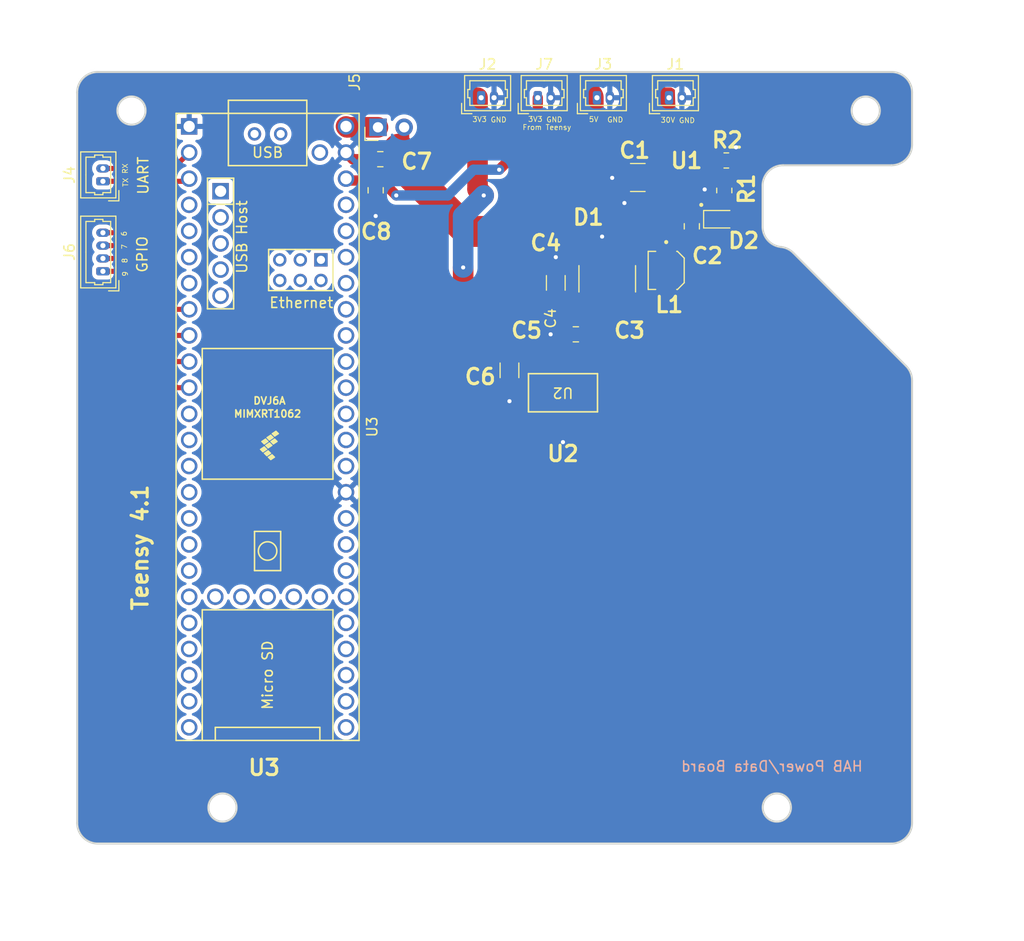
<source format=kicad_pcb>
(kicad_pcb (version 20241229) (generator "pcbnew") (generator_version "9.0")
  (layers (0 "F.Cu" signal) (2 "B.Cu" signal) (13 "F.Paste" user) (15 "B.Paste" user) (5 "F.SilkS" user "F.Silkscreen") (7 "B.SilkS" user "B.Silkscreen") (1 "F.Mask" user) (3 "B.Mask" user) (25 "Edge.Cuts" user))
  (net 0 "")
  (net 1 "VCC_30")
  (net 2 "GND")
  (net 3 "Net-(D2-K)")
  (net 4 "/SW_NODE")
  (net 5 "+5V")
  (net 6 "Net-(U1-V_{FB})")
  (net 17 "+3V3_Teensy")
  (net 44 "+3V3_LDO")
  (net 46 "RX")
  (net 50 "TX")
  (net 55 "Net-(J5-Pin_1)")
  (net 56 "GPIO3")
  (net 57 "GPIO4")
  (net 58 "GPIO2")
  (net 66 "GPIO1")
  (footprint "Connector_PinHeader_2.54mm:PinHeader_1x02_P2.54mm_Horizontal" (layer "F.Cu") (at 142.225 71.375 90)
    (property "Reference" "J5" (at 4.385 -2.27 90) (layer "F.SilkS"))
    (property "Value" "Conn_01x02")
    (pad "1" thru_hole rect (at 0 0 90) (size 1.7 1.7) (drill 1) (layers "*.Cu" "*.Mask") (net 55 "Net-(J5-Pin_1)"))
    (pad "2" thru_hole oval (at 0 2.54 90) (size 1.7 1.7) (drill 1) (layers "*.Cu" "*.Mask") (net 5 "+5V"))
  )
  (footprint "KRM55TR71H226MH01K:CAPC6153X500N" (layer "F.Cu") (at 164.5 86.103 90)
    (property "Reference" "C3" (hide yes))
    (property "Value" "KRM55TR71H226MH01K")
    (pad "1" smd rect (at -2.603 0 90) (size 2 5.52) (layers "F.Cu" "F.Mask" "F.Paste") (net 5 "+5V"))
    (pad "2" smd rect (at 2.603 0 90) (size 2 5.52) (layers "F.Cu" "F.Mask" "F.Paste") (net 2 "GND"))
  )
  (footprint "Capacitor_SMD:C_0805_2012Metric" (layer "F.Cu") (at 172.7194 80.9998 -90)
    (property "Reference" "C2" (hide yes))
    (property "Value" "100nF")
    (pad "1" smd roundrect (at -0.95 0 270) (size 1 1.45) (layers "F.Cu" "F.Mask" "F.Paste") (net 3 "Net-(D2-K)"))
    (pad "2" smd roundrect (at 0.95 0 270) (size 1 1.45) (layers "F.Cu" "F.Mask" "F.Paste") (net 4 "/SW_NODE"))
  )
  (footprint "Capacitor_SMD:C_0805_2012Metric" (layer "F.Cu") (at 142.45 74.475662 180)
    (property "Reference" "C7" (hide yes))
    (property "Value" "0.1u")
    (pad "1" smd roundrect (at -0.95 0 180) (size 1 1.45) (layers "F.Cu" "F.Mask" "F.Paste") (net 5 "+5V"))
    (pad "2" smd roundrect (at 0.95 0 180) (size 1 1.45) (layers "F.Cu" "F.Mask" "F.Paste") (net 2 "GND"))
  )
  (footprint "Connector_Molex:Molex_PicoBlade_53047-0210_1x02_P1.25mm_Vertical" (layer "F.Cu") (at 170.5 68.5)
    (property "Reference" "J1" (at 0.62 -3.25 0) (layer "F.SilkS"))
    (property "Value" "Conn_01x02")
    (pad "1" thru_hole roundrect (at 0 0) (size 0.8 1.3) (drill 0.5) (layers "*.Cu" "*.Mask") (net 1 "VCC_30"))
    (pad "2" thru_hole oval (at 1.25 0) (size 0.8 1.3) (drill 0.5) (layers "*.Cu" "*.Mask") (net 2 "GND"))
  )
  (footprint "Capacitor_SMD:C_0805_2012Metric" (layer "F.Cu") (at 161.45 91.5 180)
    (property "Reference" "C5" (hide yes))
    (property "Value" "0.47uF")
    (pad "1" smd roundrect (at -0.95 0 180) (size 1 1.45) (layers "F.Cu" "F.Mask" "F.Paste") (net 5 "+5V"))
    (pad "2" smd roundrect (at 0.95 0 180) (size 1 1.45) (layers "F.Cu" "F.Mask" "F.Paste") (net 2 "GND"))
  )
  (footprint "Capacitor_SMD:C_1206_3216Metric" (layer "F.Cu") (at 159.5 86.5 90)
    (property "Reference" "C4" (at -3.45 -0.5 90) (layer "F.SilkS"))
    (property "Value" "10uF")
    (pad "1" smd roundrect (at -1.475 0 90) (size 1.15 1.8) (layers "F.Cu" "F.Mask" "F.Paste") (roundrect_rratio 0.2173913043) (net 5 "+5V"))
    (pad "2" smd roundrect (at 1.475 0 90) (size 1.15 1.8) (layers "F.Cu" "F.Mask" "F.Paste") (roundrect_rratio 0.2173913043) (net 2 "GND"))
  )
  (footprint "Connector_Molex:Molex_PicoBlade_53047-0210_1x02_P1.25mm_Vertical" (layer "F.Cu") (at 157.75 68.5)
    (property "Reference" "J7" (at 0.62 -3.25 0) (layer "F.SilkS"))
    (property "Value" "Conn_01x02")
    (pad "1" thru_hole roundrect (at 0 0) (size 0.8 1.3) (drill 0.5) (layers "*.Cu" "*.Mask") (net 17 "+3V3_Teensy"))
    (pad "2" thru_hole oval (at 1.25 0) (size 0.8 1.3) (drill 0.5) (layers "*.Cu" "*.Mask") (net 2 "GND"))
  )
  (footprint "mcp16301:schottky_diode_B140-13-F" (layer "F.Cu") (at 167.9386 80.4426 180)
    (property "Reference" "D1" (hide yes))
    (property "Value" "D_Schottky")
    (pad "1" smd rect (at -1.9558 0.1778 180) (size 2.5 1.7) (layers "F.Cu" "F.Mask" "F.Paste") (net 4 "/SW_NODE"))
    (pad "2" smd rect (at 2.0442 0.1778 180) (size 2.5 1.7) (layers "F.Cu" "F.Mask" "F.Paste") (net 2 "GND"))
  )
  (footprint "Resistor_SMD:R_0805_2012Metric" (layer "F.Cu") (at 176.0694 74.5998)
    (property "Reference" "R2" (hide yes))
    (property "Value" "10k")
    (pad "1" smd roundrect (at -0.9125 0) (size 1.025 1.4) (layers "F.Cu" "F.Mask" "F.Paste") (roundrect_rratio 0.243902439) (net 6 "Net-(U1-V_{FB})"))
    (pad "2" smd roundrect (at 0.9125 0) (size 1.025 1.4) (layers "F.Cu" "F.Mask" "F.Paste") (roundrect_rratio 0.243902439) (net 2 "GND"))
  )
  (footprint "mcp16301:mcp16301" (layer "F.Cu") (at 171.833 77.4416 180)
    (property "Reference" "U1" (hide yes))
    (property "Value" "mcp16301")
    (pad "1" smd roundrect (at -1.1301 -0.9736 180) (size 1.325 0.6) (layers "F.Cu" "F.Mask" "F.Paste") (net 3 "Net-(D2-K)"))
    (pad "2" smd roundrect (at -1.1301 -0.0236 180) (size 1.325 0.6) (layers "F.Cu" "F.Mask" "F.Paste") (net 2 "GND"))
    (pad "3" smd roundrect (at -1.1301 0.9264 180) (size 1.325 0.6) (layers "F.Cu" "F.Mask" "F.Paste") (net 6 "Net-(U1-V_{FB})"))
    (pad "4" smd roundrect (at 1.1449 0.9264 180) (size 1.325 0.6) (layers "F.Cu" "F.Mask" "F.Paste") (net 1 "VCC_30"))
    (pad "5" smd roundrect (at 1.1449 -0.0236 180) (size 1.325 0.6) (layers "F.Cu" "F.Mask" "F.Paste") (net 1 "VCC_30"))
    (pad "6" smd roundrect (at 1.1449 -0.9736 180) (size 1.325 0.6) (layers "F.Cu" "F.Mask" "F.Paste") (net 4 "/SW_NODE"))
  )
  (footprint "Capacitor_SMD:C_1210_3225Metric" (layer "F.Cu") (at 167.4692 76.2534 180)
    (property "Reference" "C1" (hide yes))
    (property "Value" "10uF")
    (pad "1" smd roundrect (at -1.475 0 180) (size 1.15 2.7) (layers "F.Cu" "F.Mask" "F.Paste") (roundrect_rratio 0.2173913043) (net 1 "VCC_30"))
    (pad "2" smd roundrect (at 1.475 0 180) (size 1.15 2.7) (layers "F.Cu" "F.Mask" "F.Paste") (roundrect_rratio 0.2173913043) (net 2 "GND"))
  )
  (footprint "LM3940:MP04A" (layer "F.Cu") (at 160.2 97.180626 180)
    (property "Reference" "U2" (at 0 0 180) (layer "F.SilkS"))
    (property "Value" "LM3940IMPX-3.3/NOPB")
    (fp_poly (pts (xy 1.5748 -4.0005) (xy -1.5748 -4.0005) (xy -1.5748 -2.4003) (xy 1.5748 -2.4003)) (fill yes) (layer "F.Cu"))
    (pad "1" smd rect (at -2.3 3.2004 180) (size 0.8382 1.6002) (layers "F.Cu" "F.Mask" "F.Paste") (net 5 "+5V"))
    (pad "2" smd rect (at 0 3.2004 180) (size 0.8382 1.6002) (layers "F.Cu" "F.Mask" "F.Paste") (net 2 "GND"))
    (pad "3" smd rect (at 2.3 3.2004 180) (size 0.8382 1.6002) (layers "F.Cu" "F.Mask" "F.Paste") (net 44 "+3V3_LDO"))
  )
  (footprint "Capacitor_SMD:C_1206_3216Metric" (layer "F.Cu") (at 155 95 -90)
    (property "Reference" "C6" (hide yes))
    (property "Value" "33uF")
    (pad "1" smd roundrect (at -1.475 0 270) (size 1.15 1.8) (layers "F.Cu" "F.Mask" "F.Paste") (roundrect_rratio 0.217391) (net 44 "+3V3_LDO"))
    (pad "2" smd roundrect (at 1.475 0 270) (size 1.15 1.8) (layers "F.Cu" "F.Mask" "F.Paste") (roundrect_rratio 0.217391) (net 2 "GND"))
  )
  (footprint "Connector_Molex:Molex_PicoBlade_53047-0410_1x04_P1.25mm_Vertical" (layer "F.Cu") (at 115.5 85.375 90)
    (property "Reference" "J6" (at 1.88 -3.25 90) (layer "F.SilkS"))
    (property "Value" "Conn_01x04")
    (pad "1" thru_hole roundrect (at 0 0 90) (size 0.8 1.3) (drill 0.5) (layers "*.Cu" "*.Mask") (net 57 "GPIO4"))
    (pad "2" thru_hole oval (at 1.25 0 90) (size 0.8 1.3) (drill 0.5) (layers "*.Cu" "*.Mask") (net 56 "GPIO3"))
    (pad "3" thru_hole oval (at 2.5 0 90) (size 0.8 1.3) (drill 0.5) (layers "*.Cu" "*.Mask") (net 58 "GPIO2"))
    (pad "4" thru_hole oval (at 3.75 0 90) (size 0.8 1.3) (drill 0.5) (layers "*.Cu" "*.Mask") (net 66 "GPIO1"))
  )
  (footprint "Diode_SMD:D_SOD-323" (layer "F.Cu") (at 175.3636 80.3118)
    (property "Reference" "D2" (hide yes))
    (property "Value" "1N4148")
    (pad "1" smd rect (at -1.05 0) (size 0.6 0.45) (layers "F.Cu" "F.Mask" "F.Paste") (net 3 "Net-(D2-K)"))
    (pad "2" smd rect (at 1.05 0) (size 0.6 0.45) (layers "F.Cu" "F.Mask" "F.Paste") (net 5 "+5V"))
  )
  (footprint "Teensy:Teensy41" (layer "F.Cu") (at 131.5 100.5 -90)
    (property "Reference" "U3" (at 0 -10.16 90) (layer "F.SilkS"))
    (property "Value" "Teensy4.1")
    (fp_text user "USB Host" (at -18.4658 2.4892 90) (layer "F.SilkS"))
    (fp_text user "USB" (at -26.67 0 0) (layer "F.SilkS"))
    (fp_text user "DVJ6A" (at -2.54 -0.18 0) (layer "F.SilkS") (effects (font (size 0.7 0.7))))
    (fp_text user "Micro SD" (at 24.13 0 90) (layer "F.SilkS"))
    (fp_text user "Ethernet" (at -12.065 -3.2766 0) (layer "F.SilkS"))
    (fp_text user "MIMXRT1062" (at -1.27 0 0) (layer "F.SilkS") (effects (font (size 0.7 0.7))))
    (pad "1" thru_hole rect (at -29.21 7.62 270) (size 1.6 1.6) (drill 1.1) (layers "*.Cu" "*.Mask") (net 2 "GND"))
    (pad "2" thru_hole circle (at -26.67 7.62 270) (size 1.6 1.6) (drill 1.1) (layers "*.Cu" "*.Mask") (net 46 "RX"))
    (pad "3" thru_hole circle (at -24.13 7.62 270) (size 1.6 1.6) (drill 1.1) (layers "*.Cu" "*.Mask") (net 50 "TX"))
    (pad "4" thru_hole circle (at -21.59 7.62 270) (size 1.6 1.6) (drill 1.1) (layers "*.Cu" "*.Mask"))
    (pad "5" thru_hole circle (at -19.05 7.62 270) (size 1.6 1.6) (drill 1.1) (layers "*.Cu" "*.Mask"))
    (pad "6" thru_hole circle (at -16.51 7.62 270) (size 1.6 1.6) (drill 1.1) (layers "*.Cu" "*.Mask"))
    (pad "7" thru_hole circle (at -13.97 7.62 270) (size 1.6 1.6) (drill 1.1) (layers "*.Cu" "*.Mask"))
    (pad "8" thru_hole circle (at -11.43 7.62 270) (size 1.6 1.6) (drill 1.1) (layers "*.Cu" "*.Mask") (net 66 "GPIO1"))
    (pad "9" thru_hole circle (at -8.89 7.62 270) (size 1.6 1.6) (drill 1.1) (layers "*.Cu" "*.Mask") (net 58 "GPIO2"))
    (pad "10" thru_hole circle (at -6.35 7.62 270) (size 1.6 1.6) (drill 1.1) (layers "*.Cu" "*.Mask") (net 56 "GPIO3"))
    (pad "11" thru_hole circle (at -3.81 7.62 270) (size 1.6 1.6) (drill 1.1) (layers "*.Cu" "*.Mask") (net 57 "GPIO4"))
    (pad "12" thru_hole circle (at -1.27 7.62 270) (size 1.6 1.6) (drill 1.1) (layers "*.Cu" "*.Mask"))
    (pad "13" thru_hole circle (at 1.27 7.62 270) (size 1.6 1.6) (drill 1.1) (layers "*.Cu" "*.Mask"))
    (pad "14" thru_hole circle (at 3.81 7.62 270) (size 1.6 1.6) (drill 1.1) (layers "*.Cu" "*.Mask"))
    (pad "15" thru_hole circle (at 6.35 7.62 270) (size 1.6 1.6) (drill 1.1) (layers "*.Cu" "*.Mask"))
    (pad "16" thru_hole circle (at 8.89 7.62 270) (size 1.6 1.6) (drill 1.1) (layers "*.Cu" "*.Mask"))
    (pad "17" thru_hole circle (at 11.43 7.62 270) (size 1.6 1.6) (drill 1.1) (layers "*.Cu" "*.Mask"))
    (pad "18" thru_hole circle (at 13.97 7.62 270) (size 1.6 1.6) (drill 1.1) (layers "*.Cu" "*.Mask"))
    (pad "19" thru_hole circle (at 16.51 7.62 270) (size 1.6 1.6) (drill 1.1) (layers "*.Cu" "*.Mask"))
    (pad "20" thru_hole circle (at 19.05 7.62 270) (size 1.6 1.6) (drill 1.1) (layers "*.Cu" "*.Mask"))
    (pad "21" thru_hole circle (at 21.59 7.62 270) (size 1.6 1.6) (drill 1.1) (layers "*.Cu" "*.Mask"))
    (pad "22" thru_hole circle (at 24.13 7.62 270) (size 1.6 1.6) (drill 1.1) (layers "*.Cu" "*.Mask"))
    (pad "23" thru_hole circle (at 26.67 7.62 270) (size 1.6 1.6) (drill 1.1) (layers "*.Cu" "*.Mask"))
    (pad "24" thru_hole circle (at 29.21 7.62 270) (size 1.6 1.6) (drill 1.1) (layers "*.Cu" "*.Mask"))
    (pad "25" thru_hole circle (at 29.21 -7.62 270) (size 1.6 1.6) (drill 1.1) (layers "*.Cu" "*.Mask"))
    (pad "26" thru_hole circle (at 26.67 -7.62 270) (size 1.6 1.6) (drill 1.1) (layers "*.Cu" "*.Mask"))
    (pad "27" thru_hole circle (at 24.13 -7.62 270) (size 1.6 1.6) (drill 1.1) (layers "*.Cu" "*.Mask"))
    (pad "28" thru_hole circle (at 21.59 -7.62 270) (size 1.6 1.6) (drill 1.1) (layers "*.Cu" "*.Mask"))
    (pad "29" thru_hole circle (at 19.05 -7.62 270) (size 1.6 1.6) (drill 1.1) (layers "*.Cu" "*.Mask"))
    (pad "30" thru_hole circle (at 16.51 -7.62 270) (size 1.6 1.6) (drill 1.1) (layers "*.Cu" "*.Mask"))
    (pad "31" thru_hole circle (at 13.97 -7.62 270) (size 1.6 1.6) (drill 1.1) (layers "*.Cu" "*.Mask"))
    (pad "32" thru_hole circle (at 11.43 -7.62 270) (size 1.6 1.6) (drill 1.1) (layers "*.Cu" "*.Mask"))
    (pad "33" thru_hole circle (at 8.89 -7.62 270) (size 1.6 1.6) (drill 1.1) (layers "*.Cu" "*.Mask"))
    (pad "34" thru_hole circle (at 6.35 -7.62 270) (size 1.6 1.6) (drill 1.1) (layers "*.Cu" "*.Mask") (net 2 "GND"))
    (pad "35" thru_hole circle (at 3.81 -7.62 270) (size 1.6 1.6) (drill 1.1) (layers "*.Cu" "*.Mask"))
    (pad "36" thru_hole circle (at 1.27 -7.62 270) (size 1.6 1.6) (drill 1.1) (layers "*.Cu" "*.Mask"))
    (pad "37" thru_hole circle (at -1.27 -7.62 270) (size 1.6 1.6) (drill 1.1) (layers "*.Cu" "*.Mask"))
    (pad "38" thru_hole circle (at -3.81 -7.62 270) (size 1.6 1.6) (drill 1.1) (layers "*.Cu" "*.Mask"))
    (pad "39" thru_hole circle (at -6.35 -7.62 270) (size 1.6 1.6) (drill 1.1) (layers "*.Cu" "*.Mask"))
    (pad "40" thru_hole circle (at -8.89 -7.62 270) (size 1.6 1.6) (drill 1.1) (layers "*.Cu" "*.Mask"))
    (pad "41" thru_hole circle (at -11.43 -7.62 270) (size 1.6 1.6) (drill 1.1) (layers "*.Cu" "*.Mask"))
    (pad "42" thru_hole circle (at -13.97 -7.62 270) (size 1.6 1.6) (drill 1.1) (layers "*.Cu" "*.Mask"))
    (pad "43" thru_hole circle (at -16.51 -7.62 270) (size 1.6 1.6) (drill 1.1) (layers "*.Cu" "*.Mask"))
    (pad "44" thru_hole circle (at -19.05 -7.62 270) (size 1.6 1.6) (drill 1.1) (layers "*.Cu" "*.Mask"))
    (pad "45" thru_hole circle (at -21.59 -7.62 270) (size 1.6 1.6) (drill 1.1) (layers "*.Cu" "*.Mask"))
    (pad "46" thru_hole circle (at -24.13 -7.62 270) (size 1.6 1.6) (drill 1.1) (layers "*.Cu" "*.Mask") (net 17 "+3V3_Teensy"))
    (pad "47" thru_hole circle (at -26.67 -7.62 270) (size 1.6 1.6) (drill 1.1) (layers "*.Cu" "*.Mask") (net 2 "GND"))
    (pad "48" thru_hole circle (at -29.21 -7.62 270) (size 1.6 1.6) (drill 1.1) (layers "*.Cu" "*.Mask") (net 55 "Net-(J5-Pin_1)"))
    (pad "49" thru_hole circle (at -26.67 -5.08 270) (size 1.6 1.6) (drill 1.1) (layers "*.Cu" "*.Mask"))
    (pad "50" thru_hole circle (at 16.51 5.08 270) (size 1.6 1.6) (drill 1.1) (layers "*.Cu" "*.Mask"))
    (pad "51" thru_hole circle (at 16.51 2.54 270) (size 1.6 1.6) (drill 1.1) (layers "*.Cu" "*.Mask"))
    (pad "52" thru_hole circle (at 16.51 0 270) (size 1.6 1.6) (drill 1.1) (layers "*.Cu" "*.Mask"))
    (pad "53" thru_hole circle (at 16.51 -2.54 270) (size 1.6 1.6) (drill 1.1) (layers "*.Cu" "*.Mask"))
    (pad "54" thru_hole circle (at 16.51 -5.08 270) (size 1.6 1.6) (drill 1.1) (layers "*.Cu" "*.Mask"))
    (pad "55" thru_hole rect (at -22.9108 4.5692 270) (size 1.6 1.6) (drill 1.1) (layers "*.Cu" "*.Mask"))
    (pad "56" thru_hole circle (at -20.3708 4.5692 270) (size 1.6 1.6) (drill 1.1) (layers "*.Cu" "*.Mask"))
    (pad "57" thru_hole circle (at -17.8308 4.5692 270) (size 1.6 1.6) (drill 1.1) (layers "*.Cu" "*.Mask"))
    (pad "58" thru_hole circle (at -15.2908 4.5692 270) (size 1.6 1.6) (drill 1.1) (layers "*.Cu" "*.Mask"))
    (pad "59" thru_hole circle (at -12.7508 4.5692 270) (size 1.6 1.6) (drill 1.1) (layers "*.Cu" "*.Mask"))
    (pad "60" thru_hole rect (at -16.24 -5.1816 270) (size 1.3 1.3) (drill 0.8) (layers "*.Cu" "*.Mask"))
    (pad "61" thru_hole circle (at -16.24 -3.1816 270) (size 1.3 1.3) (drill 0.8) (layers "*.Cu" "*.Mask"))
    (pad "62" thru_hole circle (at -16.24 -1.1816 270) (size 1.3 1.3) (drill 0.8) (layers "*.Cu" "*.Mask"))
    (pad "63" thru_hole circle (at -14.24 -1.1816 270) (size 1.3 1.3) (drill 0.8) (layers "*.Cu" "*.Mask"))
    (pad "64" thru_hole circle (at -14.24 -3.1816 270) (size 1.3 1.3) (drill 0.8) (layers "*.Cu" "*.Mask"))
    (pad "65" thru_hole circle (at -14.24 -5.1816 270) (size 1.3 1.3) (drill 0.8) (layers "*.Cu" "*.Mask"))
    (pad "66" thru_hole circle (at -28.48 -1.27 270) (size 1.3 1.3) (drill 0.8) (layers "*.Cu" "*.Mask"))
    (pad "67" thru_hole circle (at -28.48 1.27 270) (size 1.3 1.3) (drill 0.8) (layers "*.Cu" "*.Mask"))
  )
  (footprint "Connector_Molex:Molex_PicoBlade_53047-0210_1x02_P1.25mm_Vertical" (layer "F.Cu") (at 163.5 68.5)
    (property "Reference" "J3" (at 0.62 -3.25 0) (layer "F.SilkS"))
    (property "Value" "Conn_01x02")
    (pad "1" thru_hole roundrect (at 0 0) (size 0.8 1.3) (drill 0.5) (layers "*.Cu" "*.Mask") (net 5 "+5V"))
    (pad "2" thru_hole oval (at 1.25 0) (size 0.8 1.3) (drill 0.5) (layers "*.Cu" "*.Mask") (net 2 "GND"))
  )
  (footprint "1231AS_H_150M_P3:IND_1231AS-H-150M=P3" (layer "F.Cu") (at 170.227879 85.285396 -90)
    (property "Reference" "L1" (hide yes))
    (property "Value" "1231AS-H-150M=P3" (hide yes))
    (pad "1" smd rect (at -1.65 0 270) (size 1 1.4) (layers "F.Cu" "F.Mask" "F.Paste") (net 4 "/SW_NODE"))
    (pad "2" smd rect (at 1.65 0 270) (size 1 1.4) (layers "F.Cu" "F.Mask" "F.Paste") (net 5 "+5V"))
  )
  (footprint "Resistor_SMD:R_0805_2012Metric" (layer "F.Cu") (at 175.8716 77.5178 90)
    (property "Reference" "R1" (hide yes))
    (property "Value" "51.2k")
    (pad "1" smd roundrect (at -0.9125 0 90) (size 1.025 1.4) (layers "F.Cu" "F.Mask" "F.Paste") (roundrect_rratio 0.243902439) (net 5 "+5V"))
    (pad "2" smd roundrect (at 0.9125 0 90) (size 1.025 1.4) (layers "F.Cu" "F.Mask" "F.Paste") (roundrect_rratio 0.243902439) (net 6 "Net-(U1-V_{FB})"))
  )
  (footprint "Capacitor_SMD:C_0805_2012Metric" (layer "F.Cu") (at 142 77.5 -90)
    (property "Reference" "C8" (hide yes))
    (property "Value" "0.1u")
    (pad "1" smd roundrect (at -0.95 0 270) (size 1 1.45) (layers "F.Cu" "F.Mask" "F.Paste") (net 17 "+3V3_Teensy"))
    (pad "2" smd roundrect (at 0.95 0 270) (size 1 1.45) (layers "F.Cu" "F.Mask" "F.Paste") (net 2 "GND"))
  )
  (footprint "Connector_Molex:Molex_PicoBlade_53047-0210_1x02_P1.25mm_Vertical" (layer "F.Cu") (at 152.25 68.5)
    (property "Reference" "J2" (at 0.62 -3.25 0) (layer "F.SilkS"))
    (property "Value" "Conn_01x02")
    (pad "1" thru_hole roundrect (at 0 0) (size 0.8 1.3) (drill 0.5) (layers "*.Cu" "*.Mask") (net 44 "+3V3_LDO"))
    (pad "2" thru_hole oval (at 1.25 0) (size 0.8 1.3) (drill 0.5) (layers "*.Cu" "*.Mask") (net 2 "GND"))
  )
  (footprint "Connector_Molex:Molex_PicoBlade_53047-0210_1x02_P1.25mm_Vertical" (layer "F.Cu") (at 115.5 76.625 90)
    (property "Reference" "J4" (at 0.62 -3.25 90) (layer "F.SilkS"))
    (property "Value" "Conn_01x02")
    (pad "1" thru_hole roundrect (at 0 0 90) (size 0.8 1.3) (drill 0.5) (layers "*.Cu" "*.Mask") (net 50 "TX"))
    (pad "2" thru_hole oval (at 1.25 0 90) (size 0.8 1.3) (drill 0.5) (layers "*.Cu" "*.Mask") (net 46 "RX"))
  )
  (gr_arc (start 179.586929 77.062036) (mid 180.172715 75.647822) (end 181.586929 75.062036) (stroke (width 0.2)) (layer "Edge.Cuts"))
  (gr_arc (start 194.115729 73.062036) (mid 193.529943 74.47625) (end 192.115729 75.062036) (stroke (width 0.2)) (layer "Edge.Cuts"))
  (gr_arc (start 181.374112 83.011354) (mid 180.099355 82.359574) (end 179.586929 81.022709) (stroke (width 0.2)) (layer "Edge.Cuts"))
  (gr_line (start 115 66) (end 192.115729 66) (stroke (width 0.2)) (layer "Edge.Cuts"))
  (gr_arc (start 194.115729 138.999999) (mid 193.529943 140.414213) (end 192.115729 140.999999) (stroke (width 0.2)) (layer "Edge.Cuts"))
  (gr_line (start 194.115729 68) (end 194.115729 73.062036) (stroke (width 0.2)) (layer "Edge.Cuts"))
  (gr_arc (start 181.374113 83.011354) (mid 182.025514 83.196355) (end 182.577842 83.588122) (stroke (width 0.2)) (layer "Edge.Cuts"))
  (gr_line (start 192.115729 140.999999) (end 115 140.999999) (stroke (width 0.2)) (layer "Edge.Cuts"))
  (gr_circle (center 189.615729 69.750922) (end 190.990729 69.750922) (stroke (width 0.2)) (fill no) (layer "Edge.Cuts"))
  (gr_line (start 113 138.999999) (end 113 68) (stroke (width 0.2)) (layer "Edge.Cuts"))
  (gr_arc (start 192.115729 66) (mid 193.529943 66.585786) (end 194.115729 68) (stroke (width 0.2)) (layer "Edge.Cuts"))
  (gr_line (start 182.577842 83.588122) (end 193.532275 94.57878) (stroke (width 0.2)) (layer "Edge.Cuts"))
  (gr_arc (start 115 140.999999) (mid 113.585786 140.414213) (end 113 138.999999) (stroke (width 0.2)) (layer "Edge.Cuts"))
  (gr_circle (center 180.976429 137.499999) (end 182.351429 137.499999) (stroke (width 0.2)) (fill no) (layer "Edge.Cuts"))
  (gr_line (start 194.115729 95.990657) (end 194.115729 138.999999) (stroke (width 0.2)) (layer "Edge.Cuts"))
  (gr_line (start 192.115729 75.062036) (end 181.586929 75.062036) (stroke (width 0.2)) (layer "Edge.Cuts"))
  (gr_circle (center 127.115729 137.499999) (end 128.490729 137.499999) (stroke (width 0.2)) (fill no) (layer "Edge.Cuts"))
  (gr_arc (start 193.532275 94.57878) (mid 193.964119 95.226816) (end 194.115729 95.990657) (stroke (width 0.2)) (layer "Edge.Cuts"))
  (gr_circle (center 118.273729 69.751) (end 119.648729 69.751) (stroke (width 0.2)) (fill no) (layer "Edge.Cuts"))
  (gr_arc (start 113 68) (mid 113.585786 66.585786) (end 115 66) (stroke (width 0.2)) (layer "Edge.Cuts"))
  (gr_line (start 179.586929 77.062036) (end 179.586929 81.022709) (stroke (width 0.2)) (layer "Edge.Cuts"))
  (gr_text "C1" (at 165.5 74.5 0) (layer "F.SilkS") (effects (font (size 1.5 1.5) (thickness 0.3) (bold yes)) (justify left bottom)))
  (gr_text "U2" (at 158.5 103.980226 0) (layer "F.SilkS") (effects (font (size 1.5 1.5) (thickness 0.3) (bold yes)) (justify left bottom)))
  (gr_text "C7" (at 144.326237 75.581085 0) (layer "F.SilkS") (effects (font (size 1.5 1.5) (thickness 0.3) (bold yes)) (justify left bottom)))
  (gr_text "9" (at 117.957169 85.91149 90) (layer "F.SilkS") (effects (font (size 0.5 0.5) (thickness 0.075)) (justify left bottom)))
  (gr_text "GND" (at 171.430621 71 0) (layer "F.SilkS") (effects (font (size 0.5 0.5) (thickness 0.075)) (justify left bottom)))
  (gr_text "GND" (at 158.546196 70.920293 0) (layer "F.SilkS") (effects (font (size 0.5 0.5) (thickness 0.075)) (justify left bottom)))
  (gr_text "R2\n" (at 174.5 73.5 0) (layer "F.SilkS") (effects (font (size 1.5 1.5) (thickness 0.3) (bold yes)) (justify left bottom)))
  (gr_text "C2" (at 172.567125 84.742809 0) (layer "F.SilkS") (effects (font (size 1.5 1.5) (thickness 0.3) (bold yes)) (justify left bottom)))
  (gr_text "GND" (at 153.131934 70.934893 0) (layer "F.SilkS") (effects (font (size 0.5 0.5) (thickness 0.075)) (justify left bottom)))
  (gr_text "D2" (at 176.092016 83.269098 0) (layer "F.SilkS") (effects (font (size 1.5 1.5) (thickness 0.3) (bold yes)) (justify left bottom)))
  (gr_text "3V3" (at 156.769647 70.880426 0) (layer "F.SilkS") (effects (font (size 0.5 0.5) (thickness 0.075)) (justify left bottom)))
  (gr_text "C8" (at 140.39 82.393239 0) (layer "F.SilkS") (effects (font (size 1.5 1.5) (thickness 0.3) (bold yes)) (justify left bottom)))
  (gr_text "TX" (at 117.991922 77.207952 90) (layer "F.SilkS") (effects (font (size 0.5 0.5) (thickness 0.075)) (justify left bottom)))
  (gr_text "R1" (at 178.909705 79.035582 90) (layer "F.SilkS") (effects (font (size 1.5 1.5) (thickness 0.3) (bold yes)) (justify left bottom)))
  (gr_text "UART" (at 120 78 90) (layer "F.SilkS") (effects (font (size 1 1)) (justify left bottom)))
  (gr_text "C6" (at 150.5 96.5 0) (layer "F.SilkS") (effects (font (size 1.5 1.5) (thickness 0.3) (bold yes)) (justify left bottom)))
  (gr_text "6" (at 117.84953 82.000595 90) (layer "F.SilkS") (effects (font (size 0.5 0.5) (thickness 0.075)) (justify left bottom)))
  (gr_text "From Teensy" (at 156.228989 71.671453 0) (layer "F.SilkS") (effects (font (size 0.5 0.5) (thickness 0.075)) (justify left bottom)))
  (gr_text "30V" (at 169.654072 70.960133 0) (layer "F.SilkS") (effects (font (size 0.5 0.5) (thickness 0.075)) (justify left bottom)))
  (gr_text "RX" (at 117.956043 75.92824 90) (layer "F.SilkS") (effects (font (size 0.5 0.5) (thickness 0.075)) (justify left bottom)))
  (gr_text "8" (at 117.921289 84.619818 90) (layer "F.SilkS") (effects (font (size 0.5 0.5) (thickness 0.075)) (justify left bottom)))
  (gr_text "GND" (at 164.460974 70.934893 0) (layer "F.SilkS") (effects (font (size 0.5 0.5) (thickness 0.075)) (justify left bottom)))
  (gr_text "C4" (at 156.86545 83.5 0) (layer "F.SilkS") (effects (font (size 1.5 1.5) (thickness 0.3) (bold yes)) (justify left bottom)))
  (gr_text "L1" (at 169 89.5 0) (layer "F.SilkS") (effects (font (size 1.5 1.5) (thickness 0.3) (bold yes)) (justify left bottom)))
  (gr_text "5V" (at 162.684425 70.895026 0) (layer "F.SilkS") (effects (font (size 0.5 0.5) (thickness 0.075)) (justify left bottom)))
  (gr_text "7" (at 117.88541 83.274327 90) (layer "F.SilkS") (effects (font (size 0.5 0.5) (thickness 0.075)) (justify left bottom)))
  (gr_text "U1" (at 170.5 75.5 0) (layer "F.SilkS") (effects (font (size 1.5 1.5) (thickness 0.3) (bold yes)) (justify left bottom)))
  (gr_text "C5" (at 155 92 0) (layer "F.SilkS") (effects (font (size 1.5 1.5) (thickness 0.3) (bold yes)) (justify left bottom)))
  (gr_text "GPIO" (at 119.912617 85.588572 90) (layer "F.SilkS") (effects (font (size 1 1)) (justify left bottom)))
  (gr_text "3V3" (at 151.355385 70.895026 0) (layer "F.SilkS") (effects (font (size 0.5 0.5) (thickness 0.075)) (justify left bottom)))
  (gr_text "C3" (at 165 92 0) (layer "F.SilkS") (effects (font (size 1.5 1.5) (thickness 0.3) (bold yes)) (justify left bottom)))
  (gr_text "U3" (at 129.465772 134.5 0) (layer "F.SilkS") (effects (font (size 1.5 1.5) (thickness 0.3) (bold yes)) (justify left bottom)))
  (gr_text "Teensy 4.1" (at 120 118.5 90) (layer "F.SilkS") (effects (font (size 1.5 1.5) (thickness 0.3) (bold yes)) (justify left bottom)))
  (gr_text "D1" (at 161 81 0) (layer "F.SilkS") (effects (font (size 1.5 1.5) (thickness 0.3) (bold yes)) (justify left bottom)))
  (gr_text "HAB Power/Data Board" (at 180.5 133.5 0) (layer "B.SilkS") (effects (font (size 1 1)) (justify mirror)))
  (segment (start 176.9994 74.1923) (end 176.9994 73.2798) (width 1) (layer "F.Cu") (net 2))
  (segment (start 164.5 82.5) (end 164 82) (width 1) (layer "F.Cu") (net 2))
  (segment (start 160.2 101.977276) (end 160.196096 101.98118) (width 1) (layer "F.Cu") (net 2))
  (segment (start 172.9631 77.4652) (end 173.9176 77.4652) (width 0.75) (layer "F.Cu") (net 2))
  (segment (start 165.8794 76.2898) (end 164.899 76.2898) (width 1) (layer "F.Cu") (net 2))
  (segment (start 139.765662 74.475662) (end 139.12 73.83) (width 1) (layer "F.Cu") (net 2))
  (segment (start 141.5 74.475662) (end 139.765662 74.475662) (width 1) (layer "F.Cu") (net 2))
  (segment (start 166.1754 80.1594) (end 166.1754 78.7436) (width 1) (layer "F.Cu") (net 2))
  (segment (start 173.9176 77.4652) (end 173.9666 77.4162) (width 0.75) (layer "F.Cu") (net 2))
  (segment (start 160.2 100.381026) (end 160.2 101.977276) (width 1) (layer "F.Cu") (net 2))
  (segment (start 159.5 85.025) (end 159.5 84) (width 1) (layer "F.Cu") (net 2))
  (segment (start 160.2 91.8) (end 160.5 91.5) (width 1) (layer "F.Cu") (net 2))
  (segment (start 166.1754 78.7436) (end 166.1688 78.737) (width 1) (layer "F.Cu") (net 2))
  (segment (start 160.2 93.980226) (end 160.2 91.8) (width 1) (layer "F.Cu") (net 2))
  (segment (start 160.5 91.5) (end 159 91.5) (width 1) (layer "F.Cu") (net 2))
  (segment (start 155 96.475) (end 155 98) (width 1) (layer "F.Cu") (net 2))
  (segment (start 142 78.45) (end 142 80) (width 1) (layer "F.Cu") (net 2))
  (segment (start 164.5 83.5) (end 164.5 82.5) (width 1) (layer "F.Cu") (net 2))
  (via (at 159 91.5) (size 0.8) (drill 0.4) (layers "F.Cu" "B.Cu") (net 2))
  (via (at 142 80) (size 0.8) (drill 0.4) (layers "F.Cu" "B.Cu") (net 2))
  (via (at 166.1688 78.737) (size 0.8) (drill 0.4) (layers "F.Cu" "B.Cu") (net 2))
  (via (at 173.9666 77.4162) (size 0.8) (drill 0.4) (layers "F.Cu" "B.Cu") (net 2))
  (via (at 155 98) (size 0.8) (drill 0.4) (layers "F.Cu" "B.Cu") (net 2))
  (via (at 159.5 84) (size 0.8) (drill 0.4) (layers "F.Cu" "B.Cu") (net 2))
  (via (at 164 82) (size 0.8) (drill 0.4) (layers "F.Cu" "B.Cu") (net 2))
  (via (at 177.0094 73.3198) (size 0.8) (drill 0.4) (layers "F.Cu" "B.Cu") (net 2))
  (via (at 160.196096 101.98118) (size 0.8) (drill 0.4) (layers "F.Cu" "B.Cu") (net 2))
  (via (at 164.9794 76.2898) (size 0.8) (drill 0.4) (layers "F.Cu" "B.Cu") (net 2))
  (segment (start 172.7194 80.0498) (end 174.0516 80.0498) (width 0.25) (layer "F.Cu") (net 3))
  (segment (start 172.7194 80.0498) (end 172.7194 78.6589) (width 0.25) (layer "F.Cu") (net 3))
  (segment (start 172.7194 78.6589) (end 172.9631 78.4152) (width 0.25) (layer "F.Cu") (net 3))
  (segment (start 174.0516 80.0498) (end 174.3136 80.3118) (width 0.25) (layer "F.Cu") (net 3))
  (segment (start 154.5 81.5) (end 150.958942 81.5) (width 3) (layer "F.Cu") (net 5))
  (segment (start 162.649 73.351) (end 162.649 68.5) (width 3) (layer "F.Cu") (net 5))
  (segment (start 144.249 74.790058) (end 144.249 73.5) (width 3) (layer "F.Cu") (net 5))
  (segment (start 164.5 88.706) (end 157.706 88.706) (width 3) (layer "F.Cu") (net 5))
  (segment (start 154.5 81.5) (end 162.649 73.351) (width 3) (layer "F.Cu") (net 5))
  (segment (start 144.765 71.375) (end 144.765 73.285) (width 1) (layer "F.Cu") (net 5))
  (segment (start 150.958942 81.5) (end 144.249 74.790058) (width 3) (layer "F.Cu") (net 5))
  (segment (start 157.706 88.706) (end 154.5 85.5) (width 3) (layer "F.Cu") (net 5))
  (segment (start 144.765 73.285) (end 144.55 73.5) (width 1) (layer "F.Cu") (net 5))
  (segment (start 154.5 85.5) (end 154.5 81.5) (width 3) (layer "F.Cu") (net 5))
  (segment (start 173.5487 76.5152) (end 174.06915 75.99475) (width 0.25) (layer "F.Cu") (net 6))
  (segment (start 175.8716 76.6053) (end 174.6797 76.6053) (width 0.25) (layer "F.Cu") (net 6))
  (segment (start 174.06915 75.99475) (end 174.06915 75.68755) (width 0.25) (layer "F.Cu") (net 6))
  (segment (start 172.9631 76.5152) (end 173.5487 76.5152) (width 0.25) (layer "F.Cu") (net 6))
  (segment (start 174.6797 76.6053) (end 174.06915 75.99475) (width 0.25) (layer "F.Cu") (net 6))
  (segment (start 174.06915 75.68755) (end 175.1569 74.5998) (width 0.25) (layer "F.Cu") (net 6))
  (segment (start 142.55 76.55) (end 144 78) (width 1) (layer "F.Cu") (net 17))
  (segment (start 157.75 71.75) (end 157.75 68.5) (width 1) (layer "F.Cu") (net 17))
  (segment (start 139.3 76.55) (end 139.12 76.37) (width 1) (layer "F.Cu") (net 17))
  (segment (start 142 76.55) (end 142.55 76.55) (width 1) (layer "F.Cu") (net 17))
  (segment (start 154 75.5) (end 157.75 71.75) (width 1) (layer "F.Cu") (net 17))
  (segment (start 142 76.55) (end 139.3 76.55) (width 1) (layer "F.Cu") (net 17))
  (via (at 144 78) (size 0.8) (drill 0.4) (layers "F.Cu" "B.Cu") (net 17))
  (via (at 154 75.5) (size 0.8) (drill 0.4) (layers "F.Cu" "B.Cu") (net 17))
  (segment (start 144 78) (end 149 78) (width 1) (layer "B.Cu") (net 17))
  (segment (start 149.5 77.5) (end 151.5 75.5) (width 1) (layer "B.Cu") (net 17))
  (segment (start 151.5 75.5) (end 154 75.5) (width 1) (layer "B.Cu") (net 17))
  (segment (start 149 78) (end 149.5 77.5) (width 1) (layer "B.Cu") (net 17))
  (segment (start 155.025 93.5) (end 155 93.525) (width 1) (layer "F.Cu") (net 44))
  (segment (start 155.455226 93.980226) (end 154.980226 93.980226) (width 2) (layer "F.Cu") (net 44))
  (segment (start 155.455226 93.980226) (end 155 93.525) (width 2) (layer "F.Cu") (net 44))
  (segment (start 150.5 88.5) (end 150.5 85) (width 2) (layer "F.Cu") (net 44))
  (segment (start 151.899 77.399) (end 151.899 68.5) (width 2) (layer "F.Cu") (net 44))
  (segment (start 150.5 89.5) (end 150.5 88.5) (width 2) (layer "F.Cu") (net 44))
  (segment (start 155 93.525) (end 154.525 93.525) (width 1) (layer "F.Cu") (net 44))
  (segment (start 151.5 90.5) (end 150.5 89.5) (width 2) (layer "F.Cu") (net 44))
  (segment (start 152.5 78) (end 151.899 77.399) (width 2) (layer "F.Cu") (net 44))
  (segment (start 154.980226 93.980226) (end 151.5 90.5) (width 2) (layer "F.Cu") (net 44))
  (segment (start 157.9 93.980226) (end 155.455226 93.980226) (width 2) (layer "F.Cu") (net 44))
  (via (at 150.5 85) (size 0.8) (drill 0.4) (layers "F.Cu" "B.Cu") (net 44))
  (via (at 152.5 78) (size 0.8) (drill 0.4) (layers "F.Cu" "B.Cu") (net 44))
  (segment (start 150.5 80) (end 152.5 78) (width 2) (layer "B.Cu") (net 44))
  (segment (start 150.5 85) (end 150.5 80) (width 2) (layer "B.Cu") (net 44))
  (segment (start 115.5 75.375) (end 122.335 75.375) (width 0.5) (layer "F.Cu") (net 46))
  (segment (start 122.335 75.375) (end 123.88 73.83) (width 0.5) (layer "F.Cu") (net 46))
  (segment (start 115.5 76.625) (end 123.625 76.625) (width 0.5) (layer "F.Cu") (net 50))
  (segment (start 123.625 76.625) (end 123.88 76.37) (width 0.5) (layer "F.Cu") (net 50))
  (segment (start 139.205 71.375) (end 139.12 71.29) (width 2) (layer "F.Cu") (net 55))
  (segment (start 142.225 71.375) (end 139.205 71.375) (width 2) (layer "F.Cu") (net 55))
  (segment (start 123.88 94.15) (end 122.15 94.15) (width 0.5) (layer "F.Cu") (net 56))
  (segment (start 120.388364 92.388364) (end 120.388364 86.388364) (width 0.5) (layer "F.Cu") (net 56))
  (segment (start 118.125 84.125) (end 115.5 84.125) (width 0.5) (layer "F.Cu") (net 56))
  (segment (start 120.388364 86.388364) (end 118.125 84.125) (width 0.5) (layer "F.Cu") (net 56))
  (segment (start 122.15 94.15) (end 120.388364 92.388364) (width 0.5) (layer "F.Cu") (net 56))
  (segment (start 122.69 96.69) (end 119.687364 93.687364) (width 0.5) (layer "F.Cu") (net 57))
  (segment (start 119.687364 93.687364) (end 119.687364 86.687364) (width 0.5) (layer "F.Cu") (net 57))
  (segment (start 119.687364 86.687364) (end 118.375 85.375) (width 0.5) (layer "F.Cu") (net 57))
  (segment (start 118.375 85.375) (end 115.5 85.375) (width 0.5) (layer "F.Cu") (net 57))
  (segment (start 123.88 96.69) (end 122.69 96.69) (width 0.5) (layer "F.Cu") (net 57))
  (segment (start 121.788728 91.61) (end 123.88 91.61) (width 0.5) (layer "F.Cu") (net 58))
  (segment (start 121.089364 86.089364) (end 117.875 82.875) (width 0.5) (layer "F.Cu") (net 58))
  (segment (start 121.089364 90.910636) (end 121.788728 91.61) (width 0.5) (layer "F.Cu") (net 58))
  (segment (start 117.875 82.875) (end 115.5 82.875) (width 0.5) (layer "F.Cu") (net 58))
  (segment (start 121.089364 90.910636) (end 121.089364 86.089364) (width 0.5) (layer "F.Cu") (net 58))
  (segment (start 121.5 85.508636) (end 121.5 85.5) (width 0.5) (layer "F.Cu") (net 66))
  (segment (start 117.625 81.625) (end 115.5 81.625) (width 0.5) (layer "F.Cu") (net 66))
  (segment (start 121.790364 85.799) (end 121.5 85.508636) (width 0.5) (layer "F.Cu") (net 66))
  (segment (start 123.88 89.07) (end 122.07 89.07) (width 0.5) (layer "F.Cu") (net 66))
  (segment (start 122.07 89.07) (end 121.790364 88.790364) (width 0.5) (layer "F.Cu") (net 66))
  (segment (start 121.790364 88.790364) (end 121.790364 85.799) (width 0.5) (layer "F.Cu") (net 66))
  (segment (start 121.5 85.5) (end 117.625 81.625) (width 0.5) (layer "F.Cu") (net 66))
  (zone (net 1) (net_name "VCC_30") (layer "F.Cu") (priority 2) (connect_pads yes (clearance 0.2)) (min_thickness 0.254) (fill yes (thermal_gap 0.508) (thermal_bridge_width 0.508))
    (polygon (pts (xy 169.58614 67.5) (xy 169 67.79307) (xy 169 77.5) (xy 169.308299 77.808299) (xy 171.563786 77.802985) (xy 171.823293 77.561121) (xy 171.823293 70.323293) (xy 171.13466 69.676161) (xy 171.121915 69.401748) (xy 171.081505 68.219708) (xy 171.070874 67.720049) (xy 170.726089 67.5)))
  )
  (zone (net 4) (net_name "/SW_NODE") (layer "F.Cu") (connect_pads yes (clearance 0.2)) (min_thickness 0.254) (fill yes (thermal_gap 0.508) (thermal_bridge_width 0.508))
    (polygon (pts (xy 173.454749 82.53421) (xy 173.064058 82.566103) (xy 172.290649 82.574076) (xy 171.5694 82.9898) (xy 171.572141 83.83214) (xy 171.116024 84.296511) (xy 169.169673 84.325085) (xy 168.670518 83.835015) (xy 168.666972 82.873516) (xy 168.6894 78.7998) (xy 168.968948 78.539762) (xy 169.4294 78.1098) (xy 171.4294 78.1198) (xy 171.75278 78.514117) (xy 171.76109 79.876958) (xy 171.772096 80.558337) (xy 171.7694 80.9898) (xy 172.0194 81.2148) (xy 173.2944 81.1898) (xy 173.654081 81.338217) (xy 173.630161 82.279065)))
  )
  (zone (net 5) (net_name "+5V") (layer "F.Cu") (connect_pads yes (clearance 0.2)) (min_thickness 0.254) (fill yes (thermal_gap 0.508) (thermal_bridge_width 0.508))
    (polygon (pts (xy 178.734042 93.122271) (xy 176.34377 96.023269) (xy 162.41143 95.997002) (xy 161.307224 94.72725) (xy 161.294527 86.891648) (xy 163 84.980226) (xy 172 84.980226) (xy 174 83.308711) (xy 174 78.980226) (xy 174.564038 78.321034) (xy 177.40398 78.300521) (xy 178.734042 80.533106)))
  )
  (zone (net 2) (net_name "GND") (layer "B.Cu") (priority 1) (connect_pads (clearance 0.4)) (min_thickness 0.25) (fill yes (thermal_gap 0.5) (thermal_bridge_width 0.5))
    (polygon (pts (xy 105.5 59.5) (xy 204.5 59) (xy 205 150) (xy 105.5 150.5)))
  )
)
</source>
